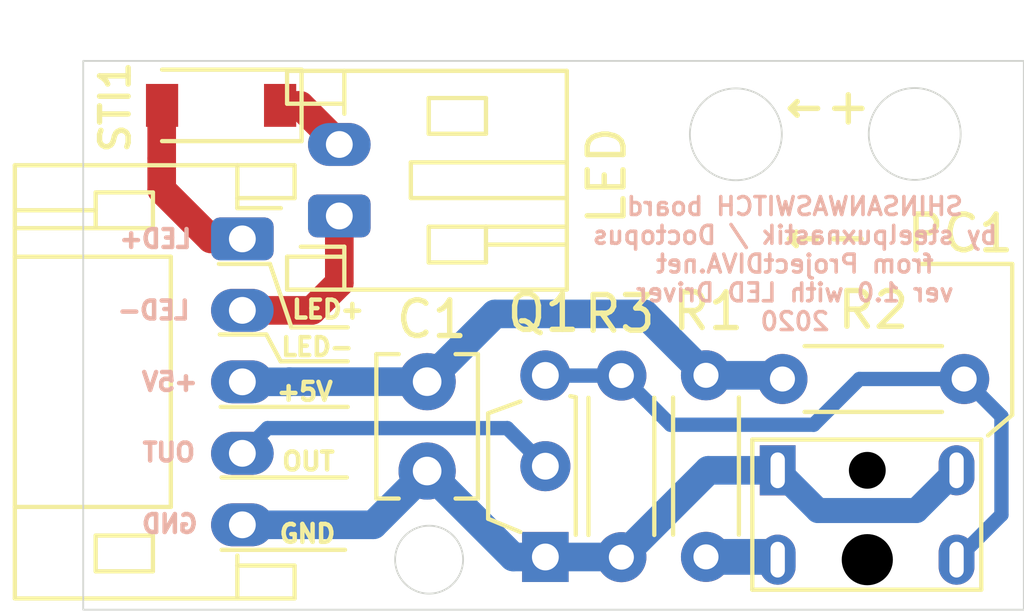
<source format=kicad_pcb>
(kicad_pcb (version 20201002) (generator pcbnew)

  (general
    (thickness 1)
  )

  (paper "A4")
  (layers
    (0 "F.Cu" signal)
    (31 "B.Cu" signal)
    (32 "B.Adhes" user "B.Adhesive")
    (33 "F.Adhes" user "F.Adhesive")
    (34 "B.Paste" user)
    (35 "F.Paste" user)
    (36 "B.SilkS" user "B.Silkscreen")
    (37 "F.SilkS" user "F.Silkscreen")
    (38 "B.Mask" user)
    (39 "F.Mask" user)
    (40 "Dwgs.User" user "User.Drawings")
    (41 "Cmts.User" user "User.Comments")
    (42 "Eco1.User" user "User.Eco1")
    (43 "Eco2.User" user "User.Eco2")
    (44 "Edge.Cuts" user)
    (45 "Margin" user)
    (46 "B.CrtYd" user "B.Courtyard")
    (47 "F.CrtYd" user "F.Courtyard")
    (48 "B.Fab" user)
    (49 "F.Fab" user)
  )

  (setup
    (stackup
      (layer "F.SilkS" (type "Top Silk Screen"))
      (layer "F.Paste" (type "Top Solder Paste"))
      (layer "F.Mask" (type "Top Solder Mask") (color "Green") (thickness 0.01))
      (layer "F.Cu" (type "copper") (thickness 0.035))
      (layer "dielectric 1" (type "core") (thickness 0.91) (material "FR4") (epsilon_r 4.5) (loss_tangent 0.02))
      (layer "B.Cu" (type "copper") (thickness 0.035))
      (layer "B.Mask" (type "Bottom Solder Mask") (color "Green") (thickness 0.01))
      (layer "B.Paste" (type "Bottom Solder Paste"))
      (layer "B.SilkS" (type "Bottom Silk Screen"))
      (copper_finish "None")
      (dielectric_constraints no)
    )
    (pcbplotparams
      (layerselection 0x00010fc_ffffffff)
      (disableapertmacros false)
      (usegerberextensions false)
      (usegerberattributes true)
      (usegerberadvancedattributes true)
      (creategerberjobfile true)
      (svguseinch false)
      (svgprecision 6)
      (excludeedgelayer true)
      (plotframeref false)
      (viasonmask false)
      (mode 1)
      (useauxorigin false)
      (hpglpennumber 1)
      (hpglpenspeed 20)
      (hpglpendiameter 15.000000)
      (psnegative false)
      (psa4output false)
      (plotreference true)
      (plotvalue true)
      (plotinvisibletext false)
      (sketchpadsonfab false)
      (subtractmaskfromsilk false)
      (outputformat 1)
      (mirror false)
      (drillshape 1)
      (scaleselection 1)
      (outputdirectory "")
    )
  )


  (net 0 "")
  (net 1 "GND")
  (net 2 "Net-(D1-Pad1)")
  (net 3 "Net-(PC1-Pad2)")
  (net 4 "Net-(PC1-Pad3)")
  (net 5 "/OUT")
  (net 6 "/+12V")
  (net 7 "/GNDA")
  (net 8 "/+5V")

  (module "Capacitor_THT:C_Disc_D3.8mm_W2.6mm_P2.50mm" (layer "F.Cu") (tedit 5AE50EF0) (tstamp 51c53d24-dbce-47d3-91c5-d91b76d5d1b8)
    (at 137.47 86.22 90)
    (descr "C, Disc series, Radial, pin pitch=2.50mm, , diameter*width=3.8*2.6mm^2, Capacitor, http://www.vishay.com/docs/45233/krseries.pdf")
    (tags "C Disc series Radial pin pitch 2.50mm  diameter 3.8mm width 2.6mm Capacitor")
    (property "Имя листа" "")
    (property "Файл листа" "C:/Users/steel/Desktop/shinsanwaswitchplusleddriver_rpi-352/shinsanwaswitch.kicad_sch")
    (path "/58fa040e-0034-4f52-812b-e4d57cbdbfbe")
    (attr through_hole)
    (fp_text reference "C1" (at 4.245 0.13 180) (layer "F.SilkS")
      (effects (font (size 1 1) (thickness 0.15)))
      (tstamp 10615eee-c4f4-4f5d-b446-e2a13010ea07)
    )
    (fp_text value "0.1uf" (at 1.25 2.55 90) (layer "F.Fab") hide
      (effects (font (size 1 1) (thickness 0.15)))
      (tstamp 8d316ba4-d773-4663-aff7-5f8389d52d03)
    )
    (fp_text user "${REFERENCE}" (at 1.25 0 180) (layer "F.Fab")
      (effects (font (size 0.5 0.5) (thickness 0.114)))
      (tstamp eebd3a5f-ef0a-4bc4-8ea5-c6bdd4698503)
    )
    (fp_line (start 3.27 0.795) (end 3.27 1.42) (layer "F.SilkS") (width 0.12) (tstamp 47d27cec-393a-4247-9f8b-1e716e16e3f0))
    (fp_line (start -0.77 -1.42) (end -0.77 -0.795) (layer "F.SilkS") (width 0.12) (tstamp 5a639798-cf68-473e-997e-5d1b05f997fc))
    (fp_line (start 3.27 -1.42) (end 3.27 -0.795) (layer "F.SilkS") (width 0.12) (tstamp bd71a328-f508-44ee-bb39-9eb0995cf760))
    (fp_line (start -0.77 1.42) (end 3.27 1.42) (layer "F.SilkS") (width 0.12) (tstamp c3d8a88d-ffe3-4bf3-9a99-0733d0708578))
    (fp_line (start -0.77 0.795) (end -0.77 1.42) (layer "F.SilkS") (width 0.12) (tstamp d50f19c2-0f1d-4acd-8a78-bc350be9c36e))
    (fp_line (start -0.77 -1.42) (end 3.27 -1.42) (layer "F.SilkS") (width 0.12) (tstamp d86af14a-d64e-47c6-a977-4d646a81af29))
    (fp_line (start -1.05 -1.55) (end -1.05 1.55) (layer "F.CrtYd") (width 0.05) (tstamp 44ae25f2-204e-484f-ad6a-209220c29c0d))
    (fp_line (start 3.55 1.55) (end 3.55 -1.55) (layer "F.CrtYd") (width 0.05) (tstamp 6235814f-c9bc-483d-82f6-b00786a36c96))
    (fp_line (start -1.05 1.55) (end 3.55 1.55) (layer "F.CrtYd") (width 0.05) (tstamp 7cd7ab65-44d3-416d-adf2-d22184c81737))
    (fp_line (start 3.55 -1.55) (end -1.05 -1.55) (layer "F.CrtYd") (width 0.05) (tstamp 9c5e0890-ce38-40a2-8a41-c1fed6e227bb))
    (fp_line (start -0.65 1.3) (end 3.15 1.3) (layer "F.Fab") (width 0.1) (tstamp 0c18501c-1191-42c7-9ebf-ffc66a9dc82f))
    (fp_line (start 3.15 1.3) (end 3.15 -1.3) (layer "F.Fab") (width 0.1) (tstamp d9da405a-5886-41d9-8404-61a0ed6f3671))
    (fp_line (start -0.65 -1.3) (end -0.65 1.3) (layer "F.Fab") (width 0.1) (tstamp f5f25b58-fcfa-4a9a-8be2-a8194f994bd0))
    (fp_line (start 3.15 -1.3) (end -0.65 -1.3) (layer "F.Fab") (width 0.1) (tstamp ff4636ab-132b-4b33-a181-1e9f4f806e2d))
    (pad "1" thru_hole circle (at 0 0 90) (size 1.6 1.6) (drill 0.8) (layers *.Cu *.Mask)
      (net 1 "GND") (tstamp 321dcada-690d-4307-a80c-87e0516dfbb9))
    (pad "2" thru_hole circle (at 2.5 0 90) (size 1.6 1.6) (drill 0.8) (layers *.Cu *.Mask)
      (net 8 "/+5V") (tstamp 3750e9a2-2c66-4878-a3b2-41909596ac9a))
    (model "${KISYS3DMOD}/Capacitor_THT.3dshapes/C_Disc_D3.8mm_W2.6mm_P2.50mm.wrl"
      (offset (xyz 0 0 0))
      (scale (xyz 1 1 1))
      (rotate (xyz 0 0 0))
    )
  )

  (module "Package_TO_SOT_THT:TO-92S_Wide" (layer "F.Cu") (tedit 5FAB0B64) (tstamp 5769b22b-b28c-4f23-8bbd-ba33543fb38f)
    (at 140.775 88.625 90)
    (descr "TO-92S_Wide package, drill 0.75mm (https://www.diodes.com/assets/Package-Files/TO92S%20(Type%20B).pdf)")
    (tags "TO-92S_Wide transistor")
    (property "Имя листа" "")
    (property "Файл листа" "C:/Users/steel/Desktop/shinsanwaswitchplusleddriver_rpi-352/shinsanwaswitch.kicad_sch")
    (path "/bee2bef6-3a14-4cbf-8e61-794bd3a2d0e3")
    (attr through_hole)
    (fp_text reference "Q1" (at 6.825 -0.05 180) (layer "F.SilkS")
      (effects (font (size 1 1) (thickness 0.15)))
      (tstamp 7eec709c-b636-4408-be6c-bead4e3fcf19)
    )
    (fp_text value "2SC5395" (at 2.55 -0.9 90) (layer "F.Fab")
      (effects (font (size 0.5 0.5) (thickness 0.125)))
      (tstamp 37b638cc-dd6d-4fef-b6ff-ea604eb4ee92)
    )
    (fp_text user "${REFERENCE}" (at 3.775 0.025 180) (layer "F.Fab")
      (effects (font (size 0.5 0.5) (thickness 0.125)))
      (tstamp dcc66cad-0f7f-47b5-88db-a8d3f184994c)
    )
    (fp_line (start 4.35 -0.7) (end 4.02 -1.6) (layer "F.SilkS") (width 0.12) (tstamp 1f8ba596-b869-4bf1-827d-7270c338dd8e))
    (fp_line (start 0.62 0.85) (end 4.47 0.85) (layer "F.SilkS") (width 0.12) (tstamp 2f72a83f-ca79-4bad-bcb7-4badb4d8a022))
    (fp_line (start 1.07 -1.6) (end 0.7 -0.7) (layer "F.SilkS") (width 0.12) (tstamp 3ddb6735-1fa4-4923-a82b-f976f42bb0d8))
    (fp_line (start 4.47 0.85) (end 4.5 0.7) (layer "F.SilkS") (width 0.12) (tstamp a6eca4ca-f969-4c18-9248-d8dfa79e7a05))
    (fp_line (start 4.02 -1.6) (end 1.07 -1.6) (layer "F.SilkS") (width 0.12) (tstamp de61c705-27dc-459a-8ffc-173cd176ecc7))
    (fp_line (start 0.58 -0.85) (end 0.96 -1.8) (layer "F.CrtYd") (width 0.05) (tstamp 0e597f5d-e5b9-49a2-a753-577e9cc95e16))
    (fp_line (start 4.5 -0.85) (end 5.85 -0.85) (layer "F.CrtYd") (width 0.05) (tstamp 1cc11f3d-40b2-42a1-b2f1-85062a8ffa93))
    (fp_line (start -0.7 -0.85) (end -0.7 0.85) (layer "F.CrtYd") (width 0.05) (tstamp 38e024c1-129d-4e46-af8d-36f43eb572c0))
    (fp_line (start 5.85 -0.85) (end 5.85 0.85) (layer "F.CrtYd") (width 0.05) (tstamp 6207082e-880e-42bc-96ef-2d92f7c1dd09))
    (fp_line (start 0.51 1) (end 4.57 1) (layer "F.CrtYd") (width 0.05) (tstamp 769446a3-a271-4c6c-ad1e-108199bd97c4))
    (fp_line (start 0.51 1) (end 0.43 0.85) (layer "F.CrtYd") (width 0.05) (tstamp 785da8df-2378-4263-9710-9d270d8e56bf))
    (fp_line (start 0.58 -0.85) (end -0.7 -0.85) (layer "F.CrtYd") (width 0.05) (tstamp 844faa52-ebf6-4965-8ce1-ce9fff503e61))
    (fp_line (start 4.5 -0.85) (end 4.12 -1.8) (layer "F.CrtYd") (width 0.05) (tstamp 84ca52cf-b58f-40f7-aa68-384fe40b5eb5))
    (fp_line (start 5.85 0.85) (end 4.65 0.85) (layer "F.CrtYd") (width 0.05) (tstamp 98371d88-3684-495f-ae58-0d2c60c82cba))
    (fp_line (start -0.7 0.85) (end 0.43 0.85) (layer "F.CrtYd") (width 0.05) (tstamp c24dcc65-d6ad-4951-a8ea-dabe6568380b))
    (fp_line (start 4.12 -1.8) (end 0.96 -1.8) (layer "F.CrtYd") (width 0.05) (tstamp cf5f5181-1504-4df9-878f-c368cc8b0093))
    (fp_line (start 4.57 1) (end 4.65 0.85) (layer "F.CrtYd") (width 0.05) (tstamp fa206e61-d165-482f-ba3a-7cf550e604d9))
    (fp_line (start 1.12 -1.55) (end 3.97 -1.55) (layer "F.Fab") (width 0.1) (tstamp 095b3782-235e-4697-8587-36a11345d500))
    (fp_line (start 0.67 0.75) (end 4.42 0.75) (layer "F.Fab") (width 0.1) (tstamp 20f38395-dafa-4e75-b9ce-fa009c947c3d))
    (fp_line (start 0.52 0) (end 1.12 -1.55) (layer "F.Fab") (width 0.1) (tstamp 5c610c16-8d6a-4dcb-9055-8d6a084b0664))
    (fp_line (start 0.67 0.75) (end 0.52 0) (layer "F.Fab") (width 0.1) (tstamp bb464e6c-d2e8-4b34-9cdf-cdbf76ce0892))
    (fp_line (start 4.42 0.75) (end 4.57 0) (layer "F.Fab") (width 0.1) (tstamp e773add7-c732-41dc-a874-e6e6e35e8b7d))
    (fp_line (start 4.57 0) (end 3.97 -1.55) (layer "F.Fab") (width 0.1) (tstamp ee253926-4149-4681-9476-93147f31ddac))
    (pad "1" thru_hole rect (at 0 0 90) (size 1.4 1.3) (drill 0.75) (layers *.Cu *.Mask)
      (net 1 "GND") (pinfunction "E") (tstamp 311cca79-7b29-4a4a-8e48-489e63aaf968))
    (pad "2" thru_hole circle (at 2.54 0 90) (size 1.4 1.4) (drill 0.75) (layers *.Cu *.Mask)
      (net 5 "/OUT") (pinfunction "C") (tstamp 536f3b58-9f5f-48d6-9639-228c67706e42))
    (pad "3" thru_hole circle (at 5.08 0 90) (size 1.4 1.4) (drill 0.75) (layers *.Cu *.Mask)
      (net 4 "Net-(PC1-Pad3)") (pinfunction "B") (tstamp 84e7c11d-aa78-4256-8bee-158ed546b270))
    (model "${KISYS3DMOD}/Package_TO_SOT_THT.3dshapes/TO-92S_Wide.wrl"
      (offset (xyz 0 0 0))
      (scale (xyz 1 1 1))
      (rotate (xyz 0 0 0))
    )
  )

  (module "Diode_SMD:D_SOD-123" (layer "F.Cu") (tedit 58645DC7) (tstamp 5ed861ae-2468-4c2b-80d3-c2de24958ef6)
    (at 131.71 75.99 180)
    (descr "SOD-123")
    (tags "SOD-123")
    (property "Имя листа" "")
    (property "Файл листа" "C:/Users/steel/Desktop/shinsanwaswitchplusleddriver_rpi-352/shinsanwaswitch.kicad_sch")
    (path "/7e1c64b9-7d4d-450c-abdf-cc33042e0213")
    (attr smd)
    (fp_text reference "STI1" (at 2.96 -0.05 90) (layer "F.SilkS")
      (effects (font (size 0.8 0.8) (thickness 0.15)))
      (tstamp eb8f4d54-80e1-4ea2-beee-cf87314ee996)
    )
    (fp_text value "NSI45020AT1G" (at 0 2.1) (layer "F.Fab")
      (effects (font (size 1 1) (thickness 0.15)))
      (tstamp e8e4a01d-ccd1-4da7-a49e-fa3679b9db66)
    )
    (fp_text user "${REFERENCE}" (at 0 -2) (layer "F.Fab")
      (effects (font (size 1 1) (thickness 0.15)))
      (tstamp 1ec178bc-e090-4610-b94d-67b9c2d57914)
    )
    (fp_line (start -2.25 -1) (end 1.65 -1) (layer "F.SilkS") (width 0.12) (tstamp 1f0d32ba-696c-4422-8144-166c9cefcf43))
    (fp_line (start -2.25 -1) (end -2.25 1) (layer "F.SilkS") (width 0.12) (tstamp 40bdbfcc-1049-428e-9f77-7c7633264b13))
    (fp_line (start -2.25 1) (end 1.65 1) (layer "F.SilkS") (width 0.12) (tstamp f8d72c14-f9c4-4b28-ac2f-19cdc0701775))
    (fp_line (start 2.35 -1.15) (end 2.35 1.15) (layer "F.CrtYd") (width 0.05) (tstamp 4739b84b-5717-4e9a-92d0-dcd873ff7f00))
    (fp_line (start -2.35 -1.15) (end 2.35 -1.15) (layer "F.CrtYd") (width 0.05) (tstamp 71a48f6a-4618-496c-a540-54b3f52a2419))
    (fp_line (start 2.35 1.15) (end -2.35 1.15) (layer "F.CrtYd") (width 0.05) (tstamp bf4dd793-e68f-4d13-ad9e-6f96729ea0fa))
    (fp_line (start -2.35 -1.15) (end -2.35 1.15) (layer "F.CrtYd") (width 0.05) (tstamp d4b41f29-9596-4d30-9cbe-a5b7ba06633e))
    (fp_line (start -0.75 0) (end -0.35 0) (layer "F.Fab") (width 0.1) (tstamp 009ffa4d-719c-40c0-bfc2-b9097de09198))
    (fp_line (start 0.25 -0.4) (end 0.25 0.4) (layer "F.Fab") (width 0.1) (tstamp 1ae21ff9-2001-4bfd-b62d-284b20aae1d4))
    (fp_line (start -0.35 0) (end -0.35 -0.55) (layer "F.Fab") (width 0.1) (tstamp 287722be-2982-4f4a-8b19-b22d4b3b1443))
    (fp_line (start -0.35 0) (end -0.35 0.55) (layer "F.Fab") (width 0.1) (tstamp 5e41e906-2567-4a46-bbe8-ce3cd40125b9))
    (fp_line (start 1.4 -0.9) (end 1.4 0.9) (layer "F.Fab") (width 0.1) (tstamp 5f2ae724-c2c8-4a6d-976b-7abce9dacc1d))
    (fp_line (start 0.25 0) (end 0.75 0) (layer "F.Fab") (width 0.1) (tstamp 799a0ff4-4c22-44b2-984c-6ae6a10896c4))
    (fp_line (start -1.4 0.9) (end -1.4 -0.9) (layer "F.Fab") (width 0.1) (tstamp 9578b802-a3f9-433a-b8f0-f46d6736b6c5))
    (fp_line (start -0.35 0) (end 0.25 -0.4) (layer "F.Fab") (width 0.1) (tstamp d7a61a87-7139-4b3c-86e3-48bac3c86636))
    (fp_line (start 1.4 0.9) (end -1.4 0.9) (layer "F.Fab") (width 0.1) (tstamp ecd3ea94-af6b-46f7-b03f-5e72b0afb69a))
    (fp_line (start 0.25 0.4) (end -0.35 0) (layer "F.Fab") (width 0.1) (tstamp ecfa7590-7fef-462d-89cf-cae1e2b0fd1e))
    (fp_line (start -1.4 -0.9) (end 1.4 -0.9) (layer "F.Fab") (width 0.1) (tstamp f5cbe0d5-34f0-4852-bb75-a51b0c156e24))
    (pad "1" smd rect (at -1.65 0 180) (size 0.9 1.2) (layers "F.Cu" "F.Paste" "F.Mask")
      (net 2 "Net-(D1-Pad1)") (tstamp e3d6197e-d5ad-4a14-89fa-e15a385ee80f))
    (pad "2" smd rect (at 1.65 0 180) (size 0.9 1.2) (layers "F.Cu" "F.Paste" "F.Mask")
      (net 6 "/+12V") (tstamp a74d32de-1d24-440e-aa84-fe8322a17c05))
    (model "${KISYS3DMOD}/Diode_SMD.3dshapes/D_SOD-123.wrl"
      (offset (xyz 0 0 0))
      (scale (xyz 1 1 1))
      (rotate (xyz 0 0 0))
    )
  )

  (module "Resistor_THT:R_Axial_DIN0204_L3.6mm_D1.6mm_P5.08mm_Horizontal" (layer "F.Cu") (tedit 5AE5139B) (tstamp 66695e42-39eb-4688-99ea-17615e15f11f)
    (at 145.265299 83.541846 -90)
    (descr "Resistor, Axial_DIN0204 series, Axial, Horizontal, pin pitch=5.08mm, 0.167W, length*diameter=3.6*1.6mm^2, http://cdn-reichelt.de/documents/datenblatt/B400/1_4W%23YAG.pdf")
    (tags "Resistor Axial_DIN0204 series Axial Horizontal pin pitch 5.08mm 0.167W length 3.6mm diameter 1.6mm")
    (property "Имя листа" "")
    (property "Файл листа" "C:/Users/steel/Desktop/shinsanwaswitchplusleddriver_rpi-352/shinsanwaswitch.kicad_sch")
    (path "/fe2e51a0-da99-4c16-a9c8-db746f5b348d")
    (attr through_hole)
    (fp_text reference "R1" (at -1.791846 -0.059701) (layer "F.SilkS")
      (effects (font (size 1 1) (thickness 0.15)))
      (tstamp f44aabfe-a0f5-4d8f-b1e1-d1f3395e68db)
    )
    (fp_text value "330" (at 1.333154 -0.059701) (layer "F.Fab")
      (effects (font (size 0.5 0.5) (thickness 0.125)))
      (tstamp b0b068ed-e471-497a-a5da-c1a4c376426e)
    )
    (fp_text user "${REFERENCE}" (at 2.54 0 -90) (layer "F.Fab")
      (effects (font (size 0.72 0.72) (thickness 0.108)))
      (tstamp 7462945c-7595-4814-84b4-99f5aecc771d)
    )
    (fp_line (start 0.62 0.92) (end 4.46 0.92) (layer "F.SilkS") (width 0.12) (tstamp a3f11f49-3f0d-4e8b-9662-6773edd4c60a))
    (fp_line (start 0.62 -0.92) (end 4.46 -0.92) (layer "F.SilkS") (width 0.12) (tstamp c2e7e0f1-43ef-437c-aa83-ef68359405ba))
    (fp_line (start 6.03 1.05) (end 6.03 -1.05) (layer "F.CrtYd") (width 0.05) (tstamp 4d3719e5-7fcc-44fc-b85d-b0d44d6d50e2))
    (fp_line (start -0.95 1.05) (end 6.03 1.05) (layer "F.CrtYd") (width 0.05) (tstamp 55f1d1b2-7e1f-4507-ac64-93f74951fd13))
    (fp_line (start -0.95 -1.05) (end -0.95 1.05) (layer "F.CrtYd") (width 0.05) (tstamp 97c3517e-fdf2-4486-b2c6-4f59a3323c70))
    (fp_line (start 6.03 -1.05) (end -0.95 -1.05) (layer "F.CrtYd") (width 0.05) (tstamp efc90d0d-9372-4068-b7d4-a9d2cc172f25))
    (fp_line (start 0 0) (end 0.74 0) (layer "F.Fab") (width 0.1) (tstamp 1c90518b-c031-4af7-b18a-59cc6c103811))
    (fp_line (start 5.08 0) (end 4.34 0) (layer "F.Fab") (width 0.1) (tstamp 5907714d-e2e3-4c2a-aeea-4ab148bf1c92))
    (fp_line (start 4.34 0.8) (end 4.34 -0.8) (layer "F.Fab") (width 0.1) (tstamp b0c080d3-0a30-4021-9092-ac8fc9eb0eec))
    (fp_line (start 4.34 -0.8) (end 0.74 -0.8) (layer "F.Fab") (width 0.1) (tstamp c0686d39-f786-40e0-9ddb-c2b840bd2e90))
    (fp_line (start 0.74 0.8) (end 4.34 0.8) (layer "F.Fab") (width 0.1) (tstamp d428b731-f127-476f-9a91-5a38fa300b46))
    (fp_line (start 0.74 -0.8) (end 0.74 0.8) (layer "F.Fab") (width 0.1) (tstamp f6b85cbd-96db-4cef-b523-fa3a238de28c))
    (pad "1" thru_hole circle (at 0 0 270) (size 1.4 1.4) (drill 0.7) (layers *.Cu *.Mask)
      (net 8 "/+5V") (tstamp 3b3687fb-d744-43c1-995b-2c5ed18e9018))
    (pad "2" thru_hole oval (at 5.08 0 270) (size 1.4 1.4) (drill 0.7) (layers *.Cu *.Mask)
      (net 3 "Net-(PC1-Pad2)") (tstamp f212cf4c-0bcd-4bb0-bc5b-5de03305ee2f))
    (model "${KISYS3DMOD}/Resistor_THT.3dshapes/R_Axial_DIN0204_L3.6mm_D1.6mm_P5.08mm_Horizontal.wrl"
      (offset (xyz 0 0 0))
      (scale (xyz 1 1 1))
      (rotate (xyz 0 0 0))
    )
  )

  (module "Connector_JST:JST_PH_S2B-PH-K_1x02_P2.00mm_Horizontal" (layer "F.Cu") (tedit 5B7745C6) (tstamp 67beb887-b1f9-4146-98aa-4275a2c1fa6c)
    (at 135.015048 79.08416 90)
    (descr "JST PH series connector, S2B-PH-K (http://www.jst-mfg.com/product/pdf/eng/ePH.pdf), generated with kicad-footprint-generator")
    (tags "connector JST PH top entry")
    (property "Имя листа" "")
    (property "Файл листа" "C:/Users/steel/Desktop/shinsanwaswitchplusleddriver_rpi-352/shinsanwaswitch.kicad_sch")
    (path "/4fd168a9-499f-4cb1-91da-410007e5e490")
    (attr through_hole)
    (fp_text reference "LED" (at 1.125 7.475 270) (layer "F.SilkS")
      (effects (font (size 1 1) (thickness 0.15)))
      (tstamp ea2935d2-88f9-4932-a026-1b3a31112018)
    )
    (fp_text value "Conn_01x02_Female" (at 1 7.45 270) (layer "F.Fab") hide
      (effects (font (size 1 1) (thickness 0.15)))
      (tstamp 4aa66414-16ed-49b4-9cb8-cb444c2f8860)
    )
    (fp_text user "${REFERENCE}" (at 1 2.5 270) (layer "F.Fab")
      (effects (font (size 1 1) (thickness 0.15)))
      (tstamp 42281714-0a71-4fc6-8836-c311041bf9d6)
    )
    (fp_line (start 0.5 2) (end 1.5 2) (layer "F.SilkS") (width 0.12) (tstamp 00380248-7f5a-424e-b01d-ea000285d432))
    (fp_line (start -2.06 0.14) (end -1.14 0.14) (layer "F.SilkS") (width 0.12) (tstamp 0671e937-847e-43a1-a301-c5f83d34f09d))
    (fp_line (start -1.3 2.5) (end -1.3 4.1) (layer "F.SilkS") (width 0.12) (tstamp 1cead72a-0858-490a-945e-c7555ffebdb3))
    (fp_line (start 2.3 2.5) (end 3.3 2.5) (layer "F.SilkS") (width 0.12) (tstamp 1fba6d79-cff4-4e34-96f8-3847cfd882e2))
    (fp_line (start -0.86 0.14) (end -0.86 -1.075) (layer "F.SilkS") (width 0.12) (tstamp 27a74dd3-e4a8-406c-8f5b-d1caa54baf20))
    (fp_line (start 3.3 4.1) (end 2.3 4.1) (layer "F.SilkS") (width 0.12) (tstamp 36e49594-390b-40a9-9c64-bd364d67f90e))
    (fp_line (start -0.8 4.1) (end -0.8 6.36) (layer "F.SilkS") (width 0.12) (tstamp 40e97066-e2d6-45bd-a411-aa517ac78ab2))
    (fp_line (start -1.3 4.1) (end -0.3 4.1) (layer "F.SilkS") (width 0.12) (tstamp 58f18f85-a96a-4490-a441-2b688360b7ee))
    (fp_line (start 2.3 4.1) (end 2.3 2.5) (layer "F.SilkS") (width 0.12) (tstamp 6f22e75e-602f-4388-ac0f-f0a13b54b020))
    (fp_line (start -0.86 0.14) (end -1.14 0.14) (layer "F.SilkS") (width 0.12) (tstamp 78fcb69a-02df-441a-af71-6d3cb008f536))
    (fp_line (start 3.14 0.14) (end 2.86 0.14) (layer "F.SilkS") (width 0.12) (tstamp 7c65cdc7-dd65-4be4-8c0e-00766e8a674c))
    (fp_line (start -1.14 -1.46) (end -2.06 -1.46) (layer "F.SilkS") (width 0.12) (tstamp 843ea3dc-7f4a-42d5-8809-2f9bfd50d143))
    (fp_line (start -2.06 -1.46) (end -2.06 6.36) (layer "F.SilkS") (width 0.12) (tstamp 95a947d9-cd73-42f0-aef1-ee633e0b0e4f))
    (fp_line (start 4.06 0.14) (end 3.14 0.14) (layer "F.SilkS") (width 0.12) (tstamp 9dfc9bdf-d22f-47d7-80f8-3a8dad118796))
    (fp_line (start -1.14 0.14) (end -1.14 -1.46) (layer "F.SilkS") (width 0.12) (tstamp 9ed96b38-b099-4b72-b28a-04e7b076676f))
    (fp_line (start -2.06 6.36) (end 4.06 6.36) (layer "F.SilkS") (width 0.12) (tstamp add1dc1a-4cf0-4af6-8834-2532a758c6fd))
    (fp_line (start -0.3 2.5) (end -1.3 2.5) (layer "F.SilkS") (width 0.12) (tstamp ae673d03-6bb5-4b1c-a5da-27039c6ffaa2))
    (fp_line (start 1.5 2) (end 1.5 6.36) (layer "F.SilkS") (width 0.12) (tstamp bea9706c-39b5-4b05-92bd-638ef73e0ddb))
    (fp_line (start 0.5 6.36) (end 0.5 2) (layer "F.SilkS") (width 0.12) (tstamp c64e3db2-37dc-4473-94d6-b95713daef1c))
    (fp_line (start 3.14 -1.46) (end 3.14 0.14) (layer "F.SilkS") (width 0.12) (tstamp c6eb70e9-d453-4004-b033-c05ca37f508b))
    (fp_line (start -0.3 4.1) (end -0.3 6.36) (layer "F.SilkS") (width 0.12) (tstamp ca7e37ed-fd1c-496d-a3d1-38ae52da5deb))
    (fp_line (start -0.3 4.1) (end -0.3 2.5) (layer "F.SilkS") (width 0.12) (tstamp cdc91228-17f9-42da-b738-c3ddcec9c377))
    (fp_line (start 3.3 2.5) (end 3.3 4.1) (layer "F.SilkS") (width 0.12) (tstamp d15a3b07-e6b9-48c3-be12-c73cc98e3436))
    (fp_line (start 4.06 6.36) (end 4.06 -1.46) (layer "F.SilkS") (width 0.12) (tstamp dd2870a1-b2ac-4e94-9195-0a2a6cce2bab))
    (fp_line (start 4.06 -1.46) (end 3.14 -1.46) (layer "F.SilkS") (width 0.12) (tstamp e52a733e-c098-4477-ad38-eb003861aaee))
    (fp_line (start 4.45 6.75) (end 4.45 -1.85) (layer "F.CrtYd") (width 0.05) (tstamp 36e1855c-45ea-4210-aefb-c8a789b3b759))
    (fp_line (start 4.45 -1.85) (end -2.45 -1.85) (layer "F.CrtYd") (width 0.05) (tstamp 3d96e976-954a-4b09-a524-d97417e725a0))
    (fp_line (start -2.45 6.75) (end 4.45 6.75) (layer "F.CrtYd") (width 0.05) (tstamp 4b7233e7-66df-48eb-958b-5660adf6018b))
    (fp_line (start -2.45 -1.85) (end -2.45 6.75) (layer "F.CrtYd") (width 0.05) (tstamp b8e81cb2-2fef-4ffb-82cb-95653a82be27))
    (fp_line (start 0 0.875) (end -0.5 1.375) (layer "F.Fab") (width 0.1) (tstamp 199c5cab-2e5f-41e2-8507-5ed5dfd6d01e))
    (fp_line (start -1.95 6.25) (end 3.95 6.25) (layer "F.Fab") (width 0.1) (tstamp 326c92ea-44dc-488c-a656-f7ca5926c988))
    (fp_line (start 3.25 0.25) (end -1.25 0.25) (layer "F.Fab") (width 0.1) (tstamp 568ae9b4-6cb5-47f9-8713-4e46f592e4b7))
    (fp_line (start 3.25 -1.35) (end 3.25 0.25) (layer "F.Fab") (width 0.1) (tstamp 62792cf2-588c-48ea-9ed0-ac36027fc728))
    (fp_line (start -1.25 -1.35) (end -1.95 -1.35) (layer "F.Fab") (width 0.1) (tstamp 9128339f-de61-49d9-9f4c-171ba17f74e6))
    (fp_line (start 3.95 -1.35) (end 3.25 -1.35) (layer "F.Fab") (width 0.1) (tstamp adca11f1-ea2a-4610-9885-1833fd284605))
    (fp_line (start 0.5 1.375) (end 0 0.875) (layer "F.Fab") (width 0.1) (tstamp b799af71-1a55-45b4-9ea3-cf4ac34d520e))
    (fp_line (start -1.25 0.25) (end -1.25 -1.35) (layer "F.Fab") (width 0.1) (tstamp bfd8d1ec-50d7-4fab-a725-9a5a88093468))
    (fp_line (start -1.95 -1.35) (end -1.95 6.25) (layer "F.Fab") (width 0.1) (tstamp c0112776-653b-45e0-8193-c8c1540605f7))
    (fp_line (start 3.95 6.25) (end 3.95 -1.35) (layer "F.Fab") (width 0.1) (tstamp e66b283f-63c5-47c0-879e-92e1649e8a2b))
    (fp_line (start -0.5 1.375) (end 0.5 1.375) (layer "F.Fab") (width 0.1) (tstamp f80df135-e1e2-4c66-b1d5-18eff22e5a47))
    (pad "1" thru_hole roundrect (at 0 0 90) (size 1.2 1.75) (drill 0.75) (layers *.Cu *.Mask) (roundrect_rratio 0.208333)
      (net 7 "/GNDA") (pinfunction "Pin_1") (tstamp eb3a1b3a-04b7-43ef-8ec2-cda58c4bc139))
    (pad "2" thru_hole oval (at 2 0 90) (size 1.2 1.75) (drill 0.75) (layers *.Cu *.Mask)
      (net 2 "Net-(D1-Pad1)") (pinfunction "Pin_2") (tstamp d605f22e-f023-4c1b-90f1-52d2c56857db))
    (model "${KISYS3DMOD}/Connector_JST.3dshapes/JST_PH_S2B-PH-K_1x02_P2.00mm_Horizontal.wrl"
      (offset (xyz 0 0 0))
      (scale (xyz 1 1 1))
      (rotate (xyz 0 0 0))
    )
  )

  (module "Resistor_THT:R_Axial_DIN0204_L3.6mm_D1.6mm_P5.08mm_Horizontal" (layer "F.Cu") (tedit 5AE5139B) (tstamp 69804087-9e3f-4919-8362-f1f9803517c1)
    (at 142.9 83.55 -90)
    (descr "Resistor, Axial_DIN0204 series, Axial, Horizontal, pin pitch=5.08mm, 0.167W, length*diameter=3.6*1.6mm^2, http://cdn-reichelt.de/documents/datenblatt/B400/1_4W%23YAG.pdf")
    (tags "Resistor Axial_DIN0204 series Axial Horizontal pin pitch 5.08mm 0.167W length 3.6mm diameter 1.6mm")
    (property "Имя листа" "")
    (property "Файл листа" "C:/Users/steel/Desktop/shinsanwaswitchplusleddriver_rpi-352/shinsanwaswitch.kicad_sch")
    (path "/f91bbec1-c8d6-41e2-8d6a-6879dc9fdacb")
    (attr through_hole)
    (fp_text reference "R3" (at -1.725 0.05 180) (layer "F.SilkS")
      (effects (font (size 1 1) (thickness 0.15)))
      (tstamp bfcdade7-31a0-4bb6-9eb3-52f42076b767)
    )
    (fp_text value "10K" (at 1.425 0 -180) (layer "F.Fab")
      (effects (font (size 0.5 0.5) (thickness 0.125)))
      (tstamp 05f09fce-ef46-4771-9fb0-66896756cba9)
    )
    (fp_text user "${REFERENCE}" (at 2.54 0 -270) (layer "F.Fab")
      (effects (font (size 0.72 0.72) (thickness 0.108)))
      (tstamp 04316655-53ca-4717-88a2-5b2f27b39984)
    )
    (fp_line (start 0.62 0.92) (end 4.46 0.92) (layer "F.SilkS") (width 0.12) (tstamp 5fee5ebb-0f38-428e-aa19-97a843757385))
    (fp_line (start 0.62 -0.92) (end 4.46 -0.92) (layer "F.SilkS") (width 0.12) (tstamp cfaaf01d-2c4e-43f1-a393-ed67830d01c7))
    (fp_line (start 6.03 -1.05) (end -0.95 -1.05) (layer "F.CrtYd") (width 0.05) (tstamp 016b8f71-4b6c-4c0a-ac78-9855552a30b8))
    (fp_line (start 6.03 1.05) (end 6.03 -1.05) (layer "F.CrtYd") (width 0.05) (tstamp 57a42159-e5ed-47f7-ba32-a4a3189f7141))
    (fp_line (start -0.95 -1.05) (end -0.95 1.05) (layer "F.CrtYd") (width 0.05) (tstamp 5dab7ecc-009b-4dbe-9d29-2644fd62d619))
    (fp_line (start -0.95 1.05) (end 6.03 1.05) (layer "F.CrtYd") (width 0.05) (tstamp a2a4747e-73f8-429e-8ee2-0524b2786b80))
    (fp_line (start 4.34 -0.8) (end 0.74 -0.8) (layer "F.Fab") (width 0.1) (tstamp 03d97caa-eff2-4fdd-a9c8-809abf82dd38))
    (fp_line (start 4.34 0.8) (end 4.34 -0.8) (layer "F.Fab") (width 0.1) (tstamp 05719cea-7de5-4527-a450-eccd625573b3))
    (fp_line (start 0 0) (end 0.74 0) (layer "F.Fab") (width 0.1) (tstamp 0a4006c5-637b-417d-9baf-4483221bd1d0))
    (fp_line (start 5.08 0) (end 4.34 0) (layer "F.Fab") (width 0.1) (tstamp 5752189c-f390-4824-b397-2efe82d0061f))
    (fp_line (start 0.74 -0.8) (end 0.74 0.8) (layer "F.Fab") (width 0.1) (tstamp 973d23a2-0fbe-4d80-991b-c3bb4972a068))
    (fp_line (start 0.74 0.8) (end 4.34 0.8) (layer "F.Fab") (width 0.1) (tstamp ca35e299-bc03-4995-858e-8f0dd79cd665))
    (pad "1" thru_hole circle (at 0 0 270) (size 1.4 1.4) (drill 0.7) (layers *.Cu *.Mask)
      (net 4 "Net-(PC1-Pad3)") (tstamp 57e208b0-816c-4876-aec7-635d1ac4a5a2))
    (pad "2" thru_hole oval (at 5.08 0 270) (size 1.4 1.4) (drill 0.7) (layers *.Cu *.Mask)
      (net 1 "GND") (tstamp 62d175ec-5fad-4f56-810e-e724327c51ee))
    (model "${KISYS3DMOD}/Resistor_THT.3dshapes/R_Axial_DIN0204_L3.6mm_D1.6mm_P5.08mm_Horizontal.wrl"
      (offset (xyz 0 0 0))
      (scale (xyz 1 1 1))
      (rotate (xyz 0 0 0))
    )
  )

  (module "Connector_JST:JST_PH_S5B-PH-K_1x05_P2.00mm_Horizontal" (layer "F.Cu") (tedit 5F7DAA3F) (tstamp a47232fc-cae9-49a8-a87c-5342b220e4e8)
    (at 132.304628 79.725 -90)
    (descr "JST PH series connector, S5B-PH-K (http://www.jst-mfg.com/product/pdf/eng/ePH.pdf), generated with kicad-footprint-generator")
    (tags "connector JST PH top entry")
    (property "Имя листа" "")
    (property "Файл листа" "C:/Users/steel/Desktop/shinsanwaswitchplusleddriver_rpi-352/shinsanwaswitch.kicad_sch")
    (path "/715fdfdb-60ac-42e0-b93e-6b535cd64cef")
    (attr through_hole)
    (fp_text reference "J1" (at 2.3 -1.75 -90) (layer "F.SilkS") hide
      (effects (font (size 1 1) (thickness 0.15)))
      (tstamp db78b694-6b9b-4678-9d7e-5f0154d99616)
    )
    (fp_text value "Conn_01x05_Male" (at 4 7.45 90) (layer "F.Fab") hide
      (effects (font (size 1 1) (thickness 0.15)))
      (tstamp fb936a56-7203-427f-baf7-15718fbda6f3)
    )
    (fp_text user "${REFERENCE}" (at 4 2.5 90) (layer "F.Fab")
      (effects (font (size 1 1) (thickness 0.15)))
      (tstamp 81b6b80d-9b7f-42a4-aa83-838292c05e5c)
    )
    (fp_line (start -2.06 6.36) (end 10.06 6.36) (layer "F.SilkS") (width 0.12) (tstamp 0ef78b2d-6672-4173-a258-c262ed6baa27))
    (fp_line (start -0.86 0.14) (end -1.14 0.14) (layer "F.SilkS") (width 0.12) (tstamp 16985d30-8bad-4f4a-a855-d8624f1ba719))
    (fp_line (start -0.8 4.1) (end -0.8 6.36) (layer "F.SilkS") (width 0.12) (tstamp 22f87fbb-8c85-469e-b919-e6936f23c163))
    (fp_line (start -0.3 2.5) (end -1.3 2.5) (layer "F.SilkS") (width 0.12) (tstamp 2a055a1a-d4e9-43d0-9c20-16a3c4b8f9df))
    (fp_line (start -0.3 4.1) (end -0.3 2.5) (layer "F.SilkS") (width 0.12) (tstamp 35170231-013a-4f6e-8a16-6117d140b066))
    (fp_line (start 10.06 -1.46) (end 9.14 -1.46) (layer "F.SilkS") (width 0.12) (tstamp 3eef0f19-8f41-4e8c-9ab1-a8bcbfeda310))
    (fp_line (start 8.3 4.1) (end 8.3 2.5) (layer "F.SilkS") (width 0.12) (tstamp 421f98c8-5c40-4c92-9385-d0853a91d31a))
    (fp_line (start -1.3 4.1) (end -0.3 4.1) (layer "F.SilkS") (width 0.12) (tstamp 4638325e-6740-401b-9199-ab8d142edc83))
    (fp_line (start -2.06 0.14) (end -1.14 0.14) (layer "F.SilkS") (width 0.12) (tstamp 463ad28b-64ee-4d27-ab36-bd9e917d48f3))
    (fp_line (start 9.3 2.5) (end 9.3 4.1) (layer "F.SilkS") (width 0.12) (tstamp 51c5f5e4-bcac-45ef-9d67-6f1982a0f3d0))
    (fp_line (start 0.5 2) (end 7.5 2) (layer "F.SilkS") (width 0.12) (tstamp 5b0a0b25-44f6-42c5-88e5-0508b3c12843))
    (fp_line (start 9.3 4.1) (end 8.3 4.1) (layer "F.SilkS") (width 0.12) (tstamp 7192a033-9d6b-484c-bd97-e5377b832144))
    (fp_line (start -1.3 2.5) (end -1.3 4.1) (layer "F.SilkS") (width 0.12) (tstamp 72cb0f4e-e9e0-4313-9ae6-b4a261179bcf))
    (fp_line (start -0.86 0.14) (end -0.86 -1.075) (layer "F.SilkS") (width 0.12) (tstamp 76a217fc-30cb-4ee0-aa24-fff6a76152a2))
    (fp_line (start 7.5 2) (end 7.5 6.36) (layer "F.SilkS") (width 0.12) (tstamp 8af05fde-754c-4f02-aecb-c5827feea539))
    (fp_line (start 9.14 -1.46) (end 9.14 0.14) (layer "F.SilkS") (width 0.12) (tstamp 9b3c3969-3d0c-44d0-bc3b-511da11516c8))
    (fp_line (start -2.06 -1.46) (end -2.06 6.36) (layer "F.SilkS") (width 0.12) (tstamp be7ac083-9297-4c87-b031-0ceaeb7b48b1))
    (fp_line (start 9.14 0.14) (end 8.86 0.14) (layer "F.SilkS") (width 0.12) (tstamp c3dd192e-d22b-42f6-8429-a03901b994ac))
    (fp_line (start -1.14 0.14) (end -1.14 -1.46) (layer "F.SilkS") (width 0.12) (tstamp cfac1b2a-ac0e-4a15-8bb3-79ad89e1ccdd))
    (fp_line (start 10.06 6.36) (end 10.06 -1.46) (layer "F.SilkS") (width 0.12) (tstamp dc56c4bb-72ea-4caa-8f33-384bb74c5eca))
    (fp_line (start 10.06 0.14) (end 9.14 0.14) (layer "F.SilkS") (width 0.12) (tstamp de0af6fd-ef64-454e-bb1f-9d4e695f3df6))
    (fp_line (start 0.5 6.36) (end 0.5 2) (layer "F.SilkS") (width 0.12) (tstamp e07ba4f3-d00b-441a-b40e-4b8f3386fd02))
    (fp_line (start 8.3 2.5) (end 9.3 2.5) (layer "F.SilkS") (width 0.12) (tstamp e3f9b9f7-b139-4e2c-8099-571e7568c6f3))
    (fp_line (start -1.14 -1.46) (end -2.06 -1.46) (layer "F.SilkS") (width 0.12) (tstamp e5bd9109-b3e7-4e5e-aa08-e2d76a255b0a))
    (fp_line (start -0.3 4.1) (end -0.3 6.36) (layer "F.SilkS") (width 0.12) (tstamp e8dc518e-eda7-4750-8d0a-409c24eeae25))
    (fp_line (start -2.45 6.75) (end 10.45 6.75) (layer "F.CrtYd") (width 0.05) (tstamp 49e3c808-48fb-47f5-a52a-5c10975cc4ee))
    (fp_line (start -2.45 -1.85) (end -2.45 6.75) (layer "F.CrtYd") (width 0.05) (tstamp 630bdee4-30fb-4ceb-b023-785ae3b0653a))
    (fp_line (start 10.45 -1.85) (end -2.45 -1.85) (layer "F.CrtYd") (width 0.05) (tstamp 6451b100-5596-4967-a3be-114f3fe0c073))
    (fp_line (start 10.45 6.75) (end 10.45 -1.85) (layer "F.CrtYd") (width 0.05) (tstamp 8e198900-d872-444c-8046-ef63f26078ce))
    (fp_line (start -1.25 0.25) (end -1.25 -1.35) (layer "F.Fab") (width 0.1) (tstamp 06c1a20f-a011-43ac-805f-1fce69f0f19b))
    (fp_line (start 9.25 -1.35) (end 9.25 0.25) (layer "F.Fab") (width 0.1) (tstamp 136b01f3-0d8d-4d96-9013-01c883603445))
    (fp_line (start 0 0.875) (end -0.5 1.375) (layer "F.Fab") (width 0.1) (tstamp 1fa8b853-8176-4d8b-b52c-b081958dcf5e))
    (fp_line (start -0.5 1.375) (end 0.5 1.375) (layer "F.Fab") (width 0.1) (tstamp 3223c926-8d77-49f3-bdf1-f5009b24f97e))
    (fp_line (start 9.95 6.25) (end 9.95 -1.35) (layer "F.Fab") (width 0.1) (tstamp 69668db9-fdd0-4a66-aa25-a0f5aae3279a))
    (fp_line (start 9.95 -1.35) (end 9.25 -1.35) (layer "F.Fab") (width 0.1) (tstamp 8d5b3f92-7b0d-46bd-832f-3a5784737059))
    (fp_line (start 0.5 1.375) (end 0 0.875) (layer "F.Fab") (width 0.1) (tstamp 91d2c62f-51c9-4974-87df-617d386c43da))
    (fp_line (start -1.25 -1.35) (end -1.95 -1.35) (layer "F.Fab") (width 0.1) (tstamp d42bca08-0ee9-4323-92ea-e0e574057062))
    (fp_line (start -1.95 6.25) (end 9.95 6.25) (layer "F.Fab") (width 0.1) (tstamp eebfa3f1-a888-46c8-b8c2-dd43f19a7b64))
    (fp_line (start 9.25 0.25) (end -1.25 0.25) (layer "F.Fab") (width 0.1) (tstamp efbb378a-c42a-47d0-a6ba-1ea496d24c00))
    (fp_line (start -1.95 -1.35) (end -1.95 6.25) (layer "F.Fab") (width 0.1) (tstamp ffc044c1-0ee2-491e-b1ca-f924c40b9fc6))
    (pad "1" thru_hole roundrect (at 0 0 270) (size 1.2 1.75) (drill 0.75) (layers *.Cu *.Mask) (roundrect_rratio 0.208)
      (net 6 "/+12V") (pinfunction "Pin_1") (tstamp ff6aceaa-adbd-4036-b066-5b80c0a90a92))
    (pad "2" thru_hole oval (at 2 0 270) (size 1.2 1.75) (drill 0.75) (layers *.Cu *.Mask)
      (net 7 "/GNDA") (pinfunction "Pin_2") (tstamp 4e7296dd-2899-4f4a-8831-bdd83cf53221))
    (pad "3" thru_hole oval (at 4 0 270) (size 1.2 1.75) (drill 0.75) (layers *.Cu *.Mask)
      (net 8 "/+5V") (pinfunction "Pin_3") (tstamp 97036045-93f8-4741-a3f3-7559b8e44118))
    (pad "4" thru_hole oval (at 6 0 270) (size 1.2 1.75) (drill 0.75) (layers *.Cu *.Mask)
      (net 5 "/OUT") (pinfunction "Pin_4") (tstamp 1768796f-1e7d-480a-899a-fe9af5392516))
    (pad "5" thru_hole oval (at 8 0 270) (size 1.2 1.75) (drill 0.75) (layers *.Cu *.Mask)
      (net 1 "GND") (pinfunction "Pin_5") (tstamp 9015fd66-1efa-4006-8636-bcbf4ff43f23))
    (model "${KISYS3DMOD}/Connector_JST.3dshapes/JST_PH_S5B-PH-K_1x05_P2.00mm_Horizontal.wrl"
      (offset (xyz 0 0 0))
      (scale (xyz 1 1 1))
      (rotate (xyz 0 0 0))
    )
  )

  (module "RPI-221:RPI-352" (layer "F.Cu") (tedit 5FAB11DD) (tstamp d089a59f-0535-427f-9079-987d13325158)
    (at 146.5 89.6)
    (property "Имя листа" "")
    (property "Файл листа" "C:/Users/steel/Desktop/shinsanwaswitchplusleddriver_rpi-352/shinsanwaswitch.kicad_sch")
    (path "/e1c04423-3561-4ccd-94dd-ce73aeebcd59")
    (attr through_hole)
    (fp_text reference "PC1" (at 5.875 -10.025 unlocked) (layer "F.SilkS")
      (effects (font (size 1 1) (thickness 0.15)))
      (tstamp 04b83dca-2b24-47c0-a65a-83933ff376cc)
    )
    (fp_text value "RPI-352" (at 3.21 -2.2 unlocked) (layer "F.Fab")
      (effects (font (size 0.5 0.5) (thickness 0.125)))
      (tstamp 1e0bcb1f-8b14-4ad6-8c13-3d5641b02f6e)
    )
    (fp_line (start 0.06 -4.26) (end 6.46 -4.26) (layer "F.SilkS") (width 0.12) (tstamp 4363e4ec-3183-419a-bffe-a2e3519a2d3e))
    (fp_line (start 6.46 -0.06) (end 0.06 -0.06) (layer "F.SilkS") (width 0.12) (tstamp 9651cc4b-22d2-410c-bd53-3967f72e2bb7))
    (fp_line (start 6.46 -4.26) (end 6.46 -0.06) (layer "F.SilkS") (width 0.12) (tstamp af0bfce7-8d32-4d1b-8b46-d0e24a86360c))
    (fp_line (start 0.06 -0.06) (end 0.06 -4.26) (layer "F.SilkS") (width 0.12) (tstamp e345264f-3293-44fd-8562-7ab323612e2b))
    (pad "" np_thru_hole circle (at 3.275 -3.4) (size 1.03 1.03) (drill 1.03) (layers *.Mask) (tstamp 4e1ff944-6783-44b8-b22c-d006b404e47e))
    (pad "" np_thru_hole circle (at 3.275 -0.9) (size 1.43 1.43) (drill 1.43) (layers *.Mask) (tstamp b9448ade-083b-4091-8674-ba150e83bfeb))
    (pad "1" thru_hole rect (at 0.77 -3.4) (size 1 1.4) (drill oval 0.4 1) (layers *.Cu *.Mask)
      (net 1 "GND") (tstamp 540cb233-6f16-49a4-94b1-940ff7d6dcd7))
    (pad "2" thru_hole oval (at 0.77 -0.9) (size 1 1.4) (drill oval 0.4 1) (layers *.Cu *.Mask)
      (net 3 "Net-(PC1-Pad2)") (tstamp b081ba61-7f63-4373-a9dd-923395b0054c))
    (pad "3" thru_hole oval (at 5.77 -0.9) (size 1 1.4) (drill oval 0.4 1) (layers *.Cu *.Mask)
      (net 4 "Net-(PC1-Pad3)") (tstamp d7160184-60ad-472b-8a19-acdb63133183))
    (pad "4" thru_hole oval (at 5.77 -3.4) (size 1 1.4) (drill oval 0.4 1) (layers *.Cu *.Mask)
      (net 1 "GND") (tstamp 1d73324a-f33d-4265-b5b5-be42155ddda6))
    (model "${KIPRJMOD}/rpi-352.STEP"
      (offset (xyz 3.2 10.65 2.7))
      (scale (xyz 1 1 1))
      (rotate (xyz -90 0 0))
    )
  )

  (module "Resistor_THT:R_Axial_DIN0204_L3.6mm_D1.6mm_P5.08mm_Horizontal" (layer "F.Cu") (tedit 5AE5139B) (tstamp d3e34324-4156-49dd-86d9-18abcbbe8919)
    (at 147.402511 83.645663)
    (descr "Resistor, Axial_DIN0204 series, Axial, Horizontal, pin pitch=5.08mm, 0.167W, length*diameter=3.6*1.6mm^2, http://cdn-reichelt.de/documents/datenblatt/B400/1_4W%23YAG.pdf")
    (tags "Resistor Axial_DIN0204 series Axial Horizontal pin pitch 5.08mm 0.167W length 3.6mm diameter 1.6mm")
    (property "Имя листа" "")
    (property "Файл листа" "C:/Users/steel/Desktop/shinsanwaswitchplusleddriver_rpi-352/shinsanwaswitch.kicad_sch")
    (path "/9e4b8230-e61a-43c8-a346-bcc73bb8b7f1")
    (attr through_hole)
    (fp_text reference "R2" (at 2.540845 -1.932197 180) (layer "F.SilkS")
      (effects (font (size 1 1) (thickness 0.15)))
      (tstamp 0458b02a-6835-400d-89aa-cc38eeb4d429)
    )
    (fp_text value "22K" (at 1.447489 0.029337 270) (layer "F.Fab")
      (effects (font (size 0.5 0.5) (thickness 0.125)))
      (tstamp d64a2578-54d4-49f9-9b92-0d01825b18a5)
    )
    (fp_text user "${REFERENCE}" (at 2.54 0 180) (layer "F.Fab")
      (effects (font (size 0.72 0.72) (thickness 0.108)))
      (tstamp ac7d9f82-ced1-4ee7-98ed-b97ae7869165)
    )
    (fp_line (start 0.62 -0.92) (end 4.46 -0.92) (layer "F.SilkS") (width 0.12) (tstamp 7d370a23-4064-44e7-83d4-d33e7ac15ec1))
    (fp_line (start 0.62 0.92) (end 4.46 0.92) (layer "F.SilkS") (width 0.12) (tstamp f616c1ef-8eb2-4c6f-bbea-bd244ab9edc3))
    (fp_line (start -0.95 1.05) (end 6.03 1.05) (layer "F.CrtYd") (width 0.05) (tstamp 2639e4b3-0986-4346-8722-8c37558f251d))
    (fp_line (start -0.95 -1.05) (end -0.95 1.05) (layer "F.CrtYd") (width 0.05) (tstamp 59a0adf2-70de-4823-8793-062ae530f49e))
    (fp_line (start 6.03 -1.05) (end -0.95 -1.05) (layer "F.CrtYd") (width 0.05) (tstamp 5de09e06-3d36-42df-a241-beb487da5d44))
    (fp_line (start 6.03 1.05) (end 6.03 -1.05) (layer "F.CrtYd") (width 0.05) (tstamp e8a72af0-27cf-4838-8b63-89ad6ae91564))
    (fp_line (start 0 0) (end 0.74 0) (layer "F.Fab") (width 0.1) (tstamp 53b0cc36-8253-41f0-b0c4-cac41238ea23))
    (fp_line (start 0.74 0.8) (end 4.34 0.8) (layer "F.Fab") (width 0.1) (tstamp a41f7b69-2e7c-460c-b229-d69bea028094))
    (fp_line (start 4.34 -0.8) (end 0.74 -0.8) (layer "F.Fab") (width 0.1) (tstamp bbcc9f3d-7fde-4578-b18f-b42a18e2820e))
    (fp_line (start 4.34 0.8) (end 4.34 -0.8) (layer "F.Fab") (width 0.1) (tstamp cbfafcf0-5ca4-48c4-a2d2-c301c074a0fa))
    (fp_line (start 5.08 0) (end 4.34 0) (layer "F.Fab") (width 0.1) (tstamp e672e187-c763-416f-bb35-91d371981cb4))
    (fp_line (start 0.74 -0.8) (end 0.74 0.8) (layer "F.Fab") (width 0.1) (tstamp e84460b7-217a-4d3a-8921-a10a50adc67a))
    (pad "1" thru_hole circle (at 0 0) (size 1.4 1.4) (drill 0.7) (layers *.Cu *.Mask)
      (net 8 "/+5V") (tstamp 72150e5e-4db0-4389-9f3d-5feacc8ee9aa))
    (pad "2" thru_hole oval (at 5.08 0) (size 1.4 1.4) (drill 0.7) (layers *.Cu *.Mask)
      (net 4 "Net-(PC1-Pad3)") (tstamp c822eb54-f423-42ae-a232-e96c9fb0ac2e))
    (model "${KISYS3DMOD}/Resistor_THT.3dshapes/R_Axial_DIN0204_L3.6mm_D1.6mm_P5.08mm_Horizontal.wrl"
      (offset (xyz 0 0 0))
      (scale (xyz 1 1 1))
      (rotate (xyz 0 0 0))
    )
  )

  (gr_line (start 135.175 88.425) (end 131.725 88.425) (layer "F.SilkS") (width 0.12) (tstamp 12d1ace6-b261-4a06-b39f-3521ab2db744))
  (gr_line (start 135.25 84.425) (end 131.7 84.425) (layer "F.SilkS") (width 0.12) (tstamp 2ebb8720-3ac8-4c49-8ce5-636cc250bf41))
  (gr_line (start 131.65 80.425) (end 133.075 80.425) (layer "F.SilkS") (width 0.12) (tstamp 348d29a9-89a0-4191-9d1a-1a66bb3e08c7))
  (gr_line (start 133.075 80.425) (end 133.675 82.2) (layer "F.SilkS") (width 0.12) (tstamp 47db3107-28fd-481a-b864-c6968e6a70a4))
  (gr_line (start 132.975 82.4) (end 131.675 82.4) (layer "F.SilkS") (width 0.12) (tstamp 93d54aef-3ecc-4a0b-ba27-b2ca49bf0971))
  (gr_line (start 133.675 82.2) (end 135.25 82.2) (layer "F.SilkS") (width 0.12) (tstamp 9e6c9f2a-00ee-40ea-b0e0-d1505dacf29f))
  (gr_line (start 133.375 83.15) (end 135.25 83.15) (layer "F.SilkS") (width 0.12) (tstamp afea3e4d-f01d-465a-a350-f8d36ea2181e))
  (gr_line (start 153.825 84.65) (end 153.825 80.425) (layer "F.SilkS") (width 0.12) (tstamp bd317010-a03d-4665-8a48-783d76137b57))
  (gr_line (start 153.825 80.425) (end 151.25 80.425) (layer "F.SilkS") (width 0.12) (tstamp c3f8cd26-5e04-421c-9c1e-b8f4f86daa11))
  (gr_line (start 135.225 86.4) (end 131.725 86.4) (layer "F.SilkS") (width 0.12) (tstamp c46d8803-1370-4c3d-8bfd-108346bf3c21))
  (gr_line (start 132.975 82.4) (end 133.375 83.15) (layer "F.SilkS") (width 0.12) (tstamp cd7c41ae-3f87-4b03-83bf-7681771a0593))
  (gr_line (start 153.15 85.225) (end 153.825 84.65) (layer "F.SilkS") (width 0.12) (tstamp e4642620-fd32-4aca-aa85-ddfe73f78cb0))
  (gr_rect (start 127.85651 74.746407) (end 154.15 90.1) (layer "Edge.Cuts") (width 0.05) (tstamp 0dff46df-babc-46af-b31c-ce5f673f99a8))
  (gr_circle (center 146.1 76.8) (end 147.385 76.8) (layer "Edge.Cuts") (width 0.05) (tstamp 22fc1daf-77d2-4be9-8860-763f25559d5f))
  (gr_circle (center 151.1 76.79) (end 152.385 76.79) (layer "Edge.Cuts") (width 0.05) (tstamp 8449218a-9dd5-447b-9e39-a3805e252195))
  (gr_circle (center 137.525 88.7) (end 138.475 88.675) (layer "Edge.Cuts") (width 0.05) (tstamp ab8ab9f1-e2b7-4796-9af7-106567f97ca3))
  (gr_text "GND" (at 130.275 87.7) (layer "B.SilkS") (tstamp 128b8fc8-5d1e-4209-9ff4-c901ae61c4e7)
    (effects (font (size 0.5 0.5) (thickness 0.125)) (justify mirror))
  )
  (gr_text "OUT" (at 130.25 85.7) (layer "B.SilkS") (tstamp 3836d1b4-128d-4471-a55d-ba8962379cf6)
    (effects (font (size 0.5 0.5) (thickness 0.125)) (justify mirror))
  )
  (gr_text "SHINSANWASWITCH board\nby steelpuxnastik / Doctopus\nfrom ProjectDIVA.net\nver 1.0 with LED Driver\n2020" (at 147.75 80.425) (layer "B.SilkS") (tstamp 685faa48-12df-4de2-9770-92353bf773e3)
    (effects (font (size 0.5 0.5) (thickness 0.1)) (justify mirror))
  )
  (gr_text "LED+" (at 129.875 79.725) (layer "B.SilkS") (tstamp 83d3fdbb-ebb1-424f-9d6c-c43b2ad2ff17)
    (effects (font (size 0.5 0.5) (thickness 0.125)) (justify mirror))
  )
  (gr_text "LED-" (at 129.825 81.725) (layer "B.SilkS") (tstamp 8537b211-6e69-4589-81f7-388a7e3955b0)
    (effects (font (size 0.5 0.5) (thickness 0.125)) (justify mirror))
  )
  (gr_text "+5V" (at 130.275 83.725) (layer "B.SilkS") (tstamp f988cd38-c661-456a-8d84-2a3140d63ccb)
    (effects (font (size 0.5 0.5) (thickness 0.125)) (justify mirror))
  )
  (gr_text "LED+" (at 134.7 81.7) (layer "F.SilkS") (tstamp 09c0c518-1c8a-47d1-8642-45b3c8e201ea)
    (effects (font (size 0.5 0.5) (thickness 0.125)))
  )
  (gr_text "LED-" (at 134.4 82.75) (layer "F.SilkS") (tstamp 25928c98-5c59-4268-8a2f-6faa9ccee814)
    (effects (font (size 0.5 0.5) (thickness 0.125)))
  )
  (gr_text "←+" (at 148.625 76) (layer "F.SilkS") (tstamp 26fb4f29-239f-4b7e-bfa4-4bc3b20c5f71)
    (effects (font (size 1 1) (thickness 0.15)))
  )
  (gr_text "←-" (at 148.6 79.65) (layer "F.SilkS") (tstamp 2c52298d-e7ad-439c-89e2-9a775ab070d4)
    (effects (font (size 1 1) (thickness 0.15)))
  )
  (gr_text "OUT" (at 134.15 85.95) (layer "F.SilkS") (tstamp 71ec458b-b40c-45a9-bf4d-487cf7715279)
    (effects (font (size 0.5 0.5) (thickness 0.125)))
  )
  (gr_text "+5V" (at 134.05 84) (layer "F.SilkS") (tstamp cc5dbb83-9633-47eb-a602-de080509c7e2)
    (effects (font (size 0.5 0.5) (thickness 0.125)))
  )
  (gr_text "GND" (at 134.125 87.975) (layer "F.SilkS") (tstamp d1514e80-7546-4f28-ad66-9da08363229d)
    (effects (font (size 0.5 0.5) (thickness 0.125)))
  )

  (segment (start 151.145 87.325) (end 148.395 87.325) (width 0.7) (layer "B.Cu") (net 1) (tstamp 0d4e3d4f-30b6-4bd3-b74c-46d3eb95d0ce))
  (segment (start 148.395 87.325) (end 147.27 86.2) (width 0.7) (layer "B.Cu") (net 1) (tstamp 1f8c7025-da91-4b54-95bd-2103179fab00))
  (segment (start 140.775 88.625) (end 139.875 88.625) (width 0.8) (layer "B.Cu") (net 1) (tstamp 2fd85612-effb-4429-ab05-1fc4c0825abf))
  (segment (start 142.9 88.63) (end 145.33 86.2) (width 0.8) (layer "B.Cu") (net 1) (tstamp 43d68a61-6a65-46e1-bfbb-3dddd31f2f6f))
  (segment (start 135.965 87.725) (end 137.47 86.22) (width 0.8) (layer "B.Cu") (net 1) (tstamp 6665f48d-5a34-4cbf-9f9e-f331309eb84a))
  (segment (start 140.775 88.625) (end 142.895 88.625) (width 0.8) (layer "B.Cu") (net 1) (tstamp 839c73a8-0367-4550-8553-2ddd03486c3e))
  (segment (start 139.875 88.625) (end 137.47 86.22) (width 0.8) (layer "B.Cu") (net 1) (tstamp 97b1b8ff-1f3e-438e-bf7b-481efdb10b9f))
  (segment (start 145.33 86.2) (end 147.27 86.2) (width 0.8) (layer "B.Cu") (net 1) (tstamp aa3bdd27-98e2-4634-8c7f-61a100146208))
  (segment (start 132.304628 87.725) (end 135.965 87.725) (width 0.8) (layer "B.Cu") (net 1) (tstamp b0ede762-ed00-4263-ad2b-66c02bbb03ad))
  (segment (start 152.27 86.2) (end 151.145 87.325) (width 0.7) (layer "B.Cu") (net 1) (tstamp cc7e2b90-5844-4608-9c57-b0e4d0279696))
  (segment (start 142.895 88.625) (end 142.9 88.63) (width 0.7) (layer "B.Cu") (net 1) (tstamp e3f80d84-5d8c-4984-88ba-b4d1d4c4f564))
  (segment (start 133.36 75.99) (end 133.920888 75.99) (width 0.8) (layer "F.Cu") (net 2) (tstamp 901b7360-c5ca-4ba1-822b-5085a3bc794a))
  (segment (start 133.920888 75.99) (end 135.015048 77.08416) (width 0.8) (layer "F.Cu") (net 2) (tstamp fdd8f910-c40b-4ee7-aee4-a12a806dfc74))
  (segment (start 145.265299 88.621846) (end 147.191846 88.621846) (width 1) (layer "B.Cu") (net 3) (tstamp 88fb2927-7f73-41b0-9430-25bc8d9b6277))
  (segment (start 152.27 88.7) (end 153.525 87.445) (width 0.4) (layer "B.Cu") (net 4) (tstamp 119e62ee-0002-4d1f-b790-bf10e1fd360c))
  (segment (start 149.554337 83.645663) (end 148.275 84.925) (width 0.4) (layer "B.Cu") (net 4) (tstamp 2d4611bf-4e6b-47e0-ba25-13a72136d4f4))
  (segment (start 153.525 87.445) (end 153.525 84.688152) (width 0.4) (layer "B.Cu") (net 4) (tstamp 76e793bc-ea1f-40cf-a6f8-85352a7b4390))
  (segment (start 140.78 83.55) (end 140.775 83.545) (width 0.4) (layer "B.Cu") (net 4) (tstamp 77713621-93fc-4c49-a591-c74d8d96b7f3))
  (segment (start 153.525 84.688152) (end 152.482511 83.645663) (width 0.4) (layer "B.Cu") (net 4) (tstamp 78e20db7-70f4-48b0-9863-228cd38a337f))
  (segment (start 148.275 84.925) (end 144.275 84.925) (width 0.4) (layer "B.Cu") (net 4) (tstamp 8fdb0fee-9c4e-4bb5-a496-b87458f8d637))
  (segment (start 144.275 84.925) (end 142.9 83.55) (width 0.4) (layer "B.Cu") (net 4) (tstamp c4ca9fe2-c3de-47c4-8341-7cb9ba740b48))
  (segment (start 142.9 83.55) (end 140.78 83.55) (width 0.4) (layer "B.Cu") (net 4) (tstamp cff3d507-cc3e-4373-873c-12f8d332501f))
  (segment (start 152.482511 83.645663) (end 149.554337 83.645663) (width 0.4) (layer "B.Cu") (net 4) (tstamp eca509e1-74d2-40af-9228-3e8f86869087))
  (segment (start 142.9 83.55) (end 142.64 83.55) (width 0.4) (layer "B.Cu") (net 4) (tstamp fd101791-7593-4d45-92c1-8d52326b9cd2))
  (segment (start 132.304628 85.725) (end 133.009629 85.019999) (width 0.4) (layer "B.Cu") (net 5) (tstamp 8fc617f2-ea7d-4314-8d6e-9f1e1f9155ad))
  (segment (start 133.009629 85.019999) (end 139.709999 85.019999) (width 0.4) (layer "B.Cu") (net 5) (tstamp b59e3b98-1ef6-449e-b2bc-011ecd202dc1))
  (segment (start 139.709999 85.019999) (end 140.775 86.085) (width 0.4) (layer "B.Cu") (net 5) (tstamp cd9b7e5e-6ea6-4219-86fe-f95d178a79a3))
  (segment (start 130.05 78.35) (end 130.05 77.470372) (width 0.8) (layer "F.Cu") (net 6) (tstamp 104eb1d8-377c-4641-a632-80849782a6b9))
  (segment (start 132.304628 79.725) (end 131.425 79.725) (width 0.8) (layer "F.Cu") (net 6) (tstamp 16ffb0e6-9f3d-4abf-91d0-663c52a15473))
  (segment (start 130.05 75.99) (end 130.05 77.470372) (width 0.8) (layer "F.Cu") (net 6) (tstamp 8e873f21-d051-4261-ae60-3895f66ee79d))
  (segment (start 131.425 79.725) (end 130.05 78.35) (width 0.8) (layer "F.Cu") (net 6) (tstamp ee73e365-d962-42fb-87ed-55edd9aff4bd))
  (segment (start 134.25 81.725) (end 135.015048 80.959952) (width 0.8) (layer "F.Cu") (net 7) (tstamp 0ebf79ff-bacf-4535-a4f7-4366affa5da2))
  (segment (start 135.015048 80.959952) (end 135.015048 79.08416) (width 0.8) (layer "F.Cu") (net 7) (tstamp 76b744e3-bea6-4f28-a314-a9cd3e6a8485))
  (segment (start 132.304628 81.725) (end 134.25 81.725) (width 0.8) (layer "F.Cu") (net 7) (tstamp cfe194c8-81f1-477a-9ef6-fcda40f29502))
  (segment (start 137.47 83.72) (end 139.365 81.825) (width 0.8) (layer "B.Cu") (net 8) (tstamp 04ac6952-2223-482c-bb94-723c5f1be281))
  (segment (start 133.62 83.72) (end 133.615 83.725) (width 0.8) (layer "B.Cu") (net 8) (tstamp 3e1a17c1-4129-4379-89fa-fdc7e9042eae))
  (segment (start 147.298694 83.541846) (end 147.402511 83.645663) (width 0.7) (layer "B.Cu") (net 8) (tstamp 43e3d748-9724-4efc-bf71-11f69b1b55f6))
  (segment (start 133.615 83.725) (end 132.304628 83.725) (width 0.8) (layer "B.Cu") (net 8) (tstamp 9b299250-d798-4eae-85d4-0d04aa96e1d6))
  (segment (start 143.548453 81.825) (end 145.265299 83.541846) (width 0.8) (layer "B.Cu") (net 8) (tstamp cdf28230-e484-4cc3-b768-fe68686e8706))
  (segment (start 139.365 81.825) (end 143.548453 81.825) (width 0.8) (layer "B.Cu") (net 8) (tstamp e948f710-84e4-4ccd-871f-b24a6474a422))
  (segment (start 145.265299 83.541846) (end 147.298694 83.541846) (width 0.8) (layer "B.Cu") (net 8) (tstamp ea63b5bb-e2f9-4309-84ea-4cd06ac84730))
  (segment (start 137.47 83.72) (end 133.62 83.72) (width 0.8) (layer "B.Cu") (net 8) (tstamp f4ac1564-e943-4a02-a0b0-3474006360b8))

  (zone (net 0) (net_name "") (layer "B.Cu") (tstamp c4dc8265-d283-4cf1-add1-eab0699012ea) (hatch edge 0.508)
    (connect_pads (clearance 0.508))
    (min_thickness 0.254) (filled_areas_thickness no)
    (fill (thermal_gap 0.508) (thermal_bridge_width 0.508))
    (polygon
      (pts
        (xy 154.125 90.075)
        (xy 127.868751 90.076754)
        (xy 127.881555 74.771323)
        (xy 154.125 74.775)
      )
    )
  )
  (zone (net 1) (net_name "GND") (layer "B.Cu") (tstamp dc35852d-ab83-42d7-896e-6e31c9ff5a97) (hatch edge 0.508)
    (connect_pads (clearance 0.508))
    (min_thickness 0.254) (filled_areas_thickness no)
    (fill (thermal_gap 0.508) (thermal_bridge_width 0.508))
    (polygon
      (pts
        (xy 154.125 90.075)
        (xy 127.86431 90.073239)
        (xy 127.881572 74.771288)
        (xy 154.125 74.775)
      )
    )
  )
)

</source>
